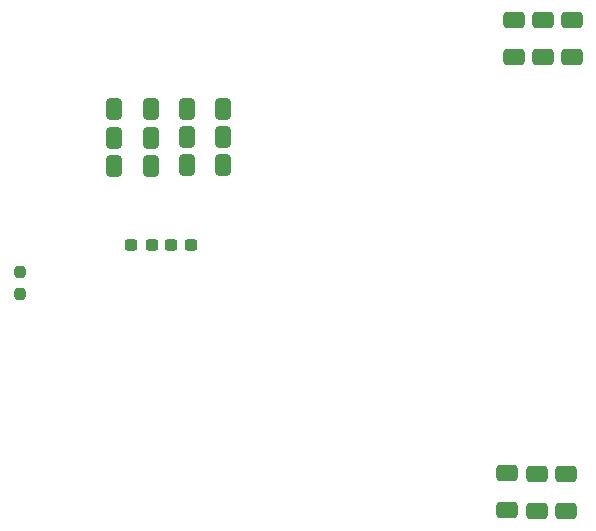
<source format=gbr>
%TF.GenerationSoftware,KiCad,Pcbnew,(6.0.8)*%
%TF.CreationDate,2023-03-12T18:26:40+08:00*%
%TF.ProjectId,STEP_MOTO,53544550-5f4d-44f5-944f-2e6b69636164,rev?*%
%TF.SameCoordinates,Original*%
%TF.FileFunction,Paste,Bot*%
%TF.FilePolarity,Positive*%
%FSLAX46Y46*%
G04 Gerber Fmt 4.6, Leading zero omitted, Abs format (unit mm)*
G04 Created by KiCad (PCBNEW (6.0.8)) date 2023-03-12 18:26:40*
%MOMM*%
%LPD*%
G01*
G04 APERTURE LIST*
G04 Aperture macros list*
%AMRoundRect*
0 Rectangle with rounded corners*
0 $1 Rounding radius*
0 $2 $3 $4 $5 $6 $7 $8 $9 X,Y pos of 4 corners*
0 Add a 4 corners polygon primitive as box body*
4,1,4,$2,$3,$4,$5,$6,$7,$8,$9,$2,$3,0*
0 Add four circle primitives for the rounded corners*
1,1,$1+$1,$2,$3*
1,1,$1+$1,$4,$5*
1,1,$1+$1,$6,$7*
1,1,$1+$1,$8,$9*
0 Add four rect primitives between the rounded corners*
20,1,$1+$1,$2,$3,$4,$5,0*
20,1,$1+$1,$4,$5,$6,$7,0*
20,1,$1+$1,$6,$7,$8,$9,0*
20,1,$1+$1,$8,$9,$2,$3,0*%
G04 Aperture macros list end*
%ADD10RoundRect,0.237500X0.300000X0.237500X-0.300000X0.237500X-0.300000X-0.237500X0.300000X-0.237500X0*%
%ADD11RoundRect,0.250000X-0.650000X0.412500X-0.650000X-0.412500X0.650000X-0.412500X0.650000X0.412500X0*%
%ADD12RoundRect,0.250000X-0.412500X-0.650000X0.412500X-0.650000X0.412500X0.650000X-0.412500X0.650000X0*%
%ADD13RoundRect,0.237500X-0.300000X-0.237500X0.300000X-0.237500X0.300000X0.237500X-0.300000X0.237500X0*%
%ADD14RoundRect,0.237500X-0.237500X0.250000X-0.237500X-0.250000X0.237500X-0.250000X0.237500X0.250000X0*%
%ADD15RoundRect,0.250000X0.412500X0.650000X-0.412500X0.650000X-0.412500X-0.650000X0.412500X-0.650000X0*%
%ADD16RoundRect,0.250000X0.650000X-0.412500X0.650000X0.412500X-0.650000X0.412500X-0.650000X-0.412500X0*%
G04 APERTURE END LIST*
D10*
%TO.C,C38*%
X29894500Y24988800D03*
X28169500Y24988800D03*
%TD*%
D11*
%TO.C,C26*%
X62483800Y5608600D03*
X62483800Y2483600D03*
%TD*%
D12*
%TO.C,C21*%
X32837500Y31700000D03*
X35962500Y31700000D03*
%TD*%
D11*
%TO.C,C12*%
X64947600Y5608600D03*
X64947600Y2483600D03*
%TD*%
D12*
%TO.C,C14*%
X32837500Y34100000D03*
X35962500Y34100000D03*
%TD*%
D13*
%TO.C,C39*%
X31522300Y24988800D03*
X33247300Y24988800D03*
%TD*%
D14*
%TO.C,R3*%
X18719600Y22675500D03*
X18719600Y20850500D03*
%TD*%
D15*
%TO.C,C18*%
X29812500Y34050000D03*
X26687500Y34050000D03*
%TD*%
D16*
%TO.C,C17*%
X63017200Y40876100D03*
X63017200Y44001100D03*
%TD*%
%TO.C,C15*%
X60578800Y40876100D03*
X60578800Y44001100D03*
%TD*%
D11*
%TO.C,C20*%
X59994600Y5621700D03*
X59994600Y2496700D03*
%TD*%
D12*
%TO.C,C23*%
X32837500Y36500000D03*
X35962500Y36500000D03*
%TD*%
D15*
%TO.C,C25*%
X29812500Y31650000D03*
X26687500Y31650000D03*
%TD*%
%TO.C,C16*%
X29825000Y36450000D03*
X26700000Y36450000D03*
%TD*%
D16*
%TO.C,C22*%
X65455600Y40876100D03*
X65455600Y44001100D03*
%TD*%
M02*

</source>
